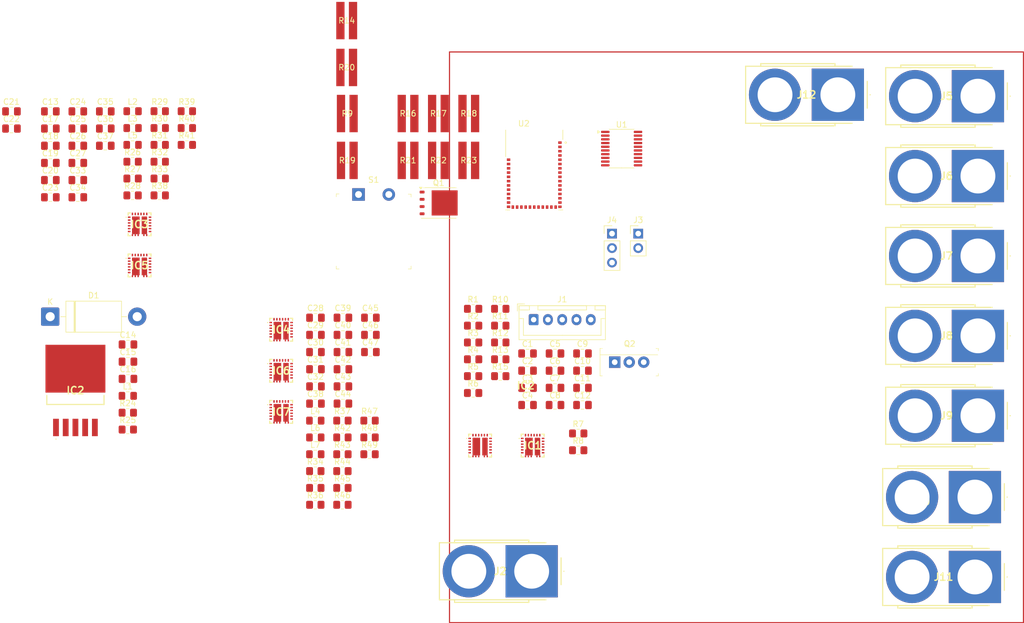
<source format=kicad_pcb>
(kicad_pcb (version 20241229) (generator "pcbnew") (generator_version "9.0")
  (layers (0 "F.Cu" signal) (2 "B.Cu" signal) (13 "F.Paste" user) (15 "B.Paste" user) (5 "F.SilkS" user "F.Silkscreen") (7 "B.SilkS" user "B.Silkscreen") (1 "F.Mask" user) (3 "B.Mask" user) (25 "Edge.Cuts" user))
  (net 0 "")
  (net 2 "Net-(U1-BAT)")
  (net 4 "GND1")
  (net 8 "Net-(IC1-SS)")
  (net 12 "+5V")
  (net 15 "/RegulatorInput/Feedback")
  (net 26 "GNDPWR")
  (net 29 "Net-(IC1-BST)")
  (net 32 "Net-(Q1-S-Pad1)")
  (net 33 "Net-(Q1-G)")
  (net 34 "PACK-")
  (net 35 "Net-(J1-Pin_4)")
  (net 36 "/VC1")
  (net 37 "Net-(R13-Pad1)")
  (net 38 "/VC2")
  (net 39 "/SDA0")
  (net 40 "/VC4")
  (net 41 "/VC3")
  (net 42 "/SRP")
  (net 43 "/SCL0")
  (net 44 "PACK+")
  (net 45 "/VC0")
  (net 46 "/ALERT")
  (net 47 "/SRN")
  (net 48 "/REGOUT")
  (net 49 "Net-(U1-CAP1)")
  (net 50 "/TS1")
  (net 51 "/SWDCLK")
  (net 52 "/Power Distribution/LX12")
  (net 53 "/NRESET")
  (net 54 "/SWDIO")
  (net 55 "Net-(J1-Pin_5)")
  (net 56 "Net-(J1-Pin_3)")
  (net 57 "Net-(J1-Pin_2)")
  (net 58 "12VOUT")
  (net 59 "GNDA")
  (net 60 "/Power Distribution/LX9")
  (net 61 "Net-(IC3-BST)")
  (net 63 "/Power Distribution1/EN")
  (net 69 "/Power Distribution1/PGOOD  ")
  (net 80 "Net-(IC2-SS)")
  (net 86 "Net-(IC3-SS)")
  (net 87 "/SWCLK")
  (net 88 "Net-(Q2-S)")
  (net 89 "Net-(Q2-G)")
  (net 90 "9VOUT")
  (net 91 "/Power Distribution/LX5")
  (net 92 "Net-(IC5-BST)")
  (net 93 "Net-(IC5-SS)")
  (net 94 "5VOUT")
  (net 95 "/RegulatorInput/Output")
  (net 96 "/Power Distribution/FB12")
  (net 97 "Net-(IC1-TON)")
  (net 98 "/PGOOD12")
  (net 99 "/EN12")
  (net 101 "Net-(IC3-TON)")
  (net 103 "/PGOOD9")
  (net 104 "/Power Distribution/FB9")
  (net 105 "/EN9")
  (net 106 "Net-(IC5-TON)")
  (net 108 "/Power Distribution/FB5")
  (net 109 "/EN5")
  (net 110 "/PGOOD5")
  (net 111 "/PGOOD21")
  (net 112 "Net-(IC4-BST)")
  (net 113 "Net-(IC6-BST)")
  (net 114 "Net-(IC7-BST)")
  (net 115 "Net-(IC4-SS)")
  (net 116 "Net-(IC6-SS)")
  (net 117 "Net-(IC7-SS)")
  (net 118 "Net-(IC4-TON)")
  (net 120 "Net-(IC6-TON)")
  (net 123 "Net-(IC7-TON)")
  (footprint "Capacitor_SMD:C_0805_2012Metric_Pad1.18x1.45mm_HandSolder" (layer "F.Cu") (at 42.73 44.924)
    (property "Reference" "C36")
    (property "Value" "4u7")
  )
  (footprint "Capacitor_SMD:C_0805_2012Metric_Pad1.18x1.45mm_HandSolder" (layer "F.Cu") (at 121.4759 87.3496)
    (property "Reference" "C6")
    (property "Value" "1u")
  )
  (footprint "Capacitor_SMD:C_0805_2012Metric_Pad1.18x1.45mm_HandSolder" (layer "F.Cu") (at 84.34 93.12)
    (property "Reference" "C44")
    (property "Value" "4u7")
  )
  (footprint "ul_LTR100LJZPFSR015:RES_LTR100L_ROM" (layer "F.Cu") (at 101.0589 50.5)
    (property "Reference" "R22")
    (property "Value" "13m")
  )
  (footprint "Resistor_SMD:R_0805_2012Metric_Pad1.20x1.40mm_HandSolder" (layer "F.Cu") (at 79.5 107.9)
    (property "Reference" "R35")
    (property "Value" "100k")
  )
  (footprint "Capacitor_SMD:C_0805_2012Metric_Pad1.18x1.45mm_HandSolder" (layer "F.Cu") (at 121.4759 84.3396)
    (property "Reference" "C5")
    (property "Value" "1u")
  )
  (footprint "Resistor_SMD:R_0805_2012Metric_Pad1.20x1.40mm_HandSolder" (layer "F.Cu") (at 47.51 56.634)
    (property "Reference" "R28")
    (property "Value" "190k")
  )
  (footprint "Capacitor_SMD:C_0805_2012Metric_Pad1.18x1.45mm_HandSolder" (layer "F.Cu") (at 79.53 81.08)
    (property "Reference" "C29")
    (property "Value" "22u")
  )
  (footprint "Resistor_SMD:R_0805_2012Metric_Pad1.20x1.40mm_HandSolder" (layer "F.Cu") (at 125.5359 98.3496)
    (property "Reference" "R7")
    (property "Value" "4k7'")
  )
  (footprint "Resistor_SMD:R_0805_2012Metric_Pad1.20x1.40mm_HandSolder" (layer "F.Cu") (at 107.1359 76.5096)
    (property "Reference" "R1")
    (property "Value" "100")
  )
  (footprint "Capacitor_SMD:C_0805_2012Metric_Pad1.18x1.45mm_HandSolder" (layer "F.Cu") (at 126.2859 93.3696)
    (property "Reference" "C12")
    (property "Value" "1u")
  )
  (footprint "Capacitor_SMD:C_0805_2012Metric_Pad1.18x1.45mm_HandSolder" (layer "F.Cu") (at 84.34 78.07)
    (property "Reference" "C39")
    (property "Value" "10n")
  )
  (footprint "Capacitor_SMD:C_0805_2012Metric_Pad1.18x1.45mm_HandSolder" (layer "F.Cu") (at 37.92 41.914)
    (property "Reference" "C24")
    (property "Value" "100n")
  )
  (footprint "XT90PB-F:XT90PBF" (layer "F.Cu") (at 117.3859 122.5)
    (property "Reference" "J2")
    (property "Value" "XT90PB-F" (hide yes))
  )
  (footprint "digikey-footprints:PushButton_12x12mm_THT_GPTS203211B" (layer "F.Cu") (at 87.0709 56.4746)
    (property "Reference" "S1")
    (property "Value" "GPTS203211B")
  )
  (footprint "Capacitor_SMD:C_0805_2012Metric_Pad1.18x1.45mm_HandSolder" (layer "F.Cu") (at 116.6659 93.3696)
    (property "Reference" "C4")
    (property "Value" "1u")
  )
  (footprint "Resistor_SMD:R_0805_2012Metric_Pad1.20x1.40mm_HandSolder" (layer "F.Cu") (at 111.8859 76.5096)
    (property "Reference" "R10")
    (property "Value" "1M")
  )
  (footprint "Capacitor_SMD:C_0805_2012Metric_Pad1.18x1.45mm_HandSolder" (layer "F.Cu") (at 84.34 84.09)
    (property "Reference" "C41")
    (property "Value" "10n")
  )
  (footprint "XT90PB-F:XT90PBF" (layer "F.Cu") (at 195 109.5)
    (property "Reference" "J10")
    (property "Value" "XT90PB-F" (hide yes))
  )
  (footprint "XT90PB-F:XT90PBF" (layer "F.Cu") (at 195 123.5)
    (property "Reference" "J11")
    (property "Value" "XT90PB-F" (hide yes))
  )
  (footprint "Resistor_SMD:R_0805_2012Metric_Pad1.20x1.40mm_HandSolder" (layer "F.Cu") (at 111.8859 79.4596)
    (property "Reference" "R11")
    (property "Value" "100")
  )
  (footprint "ul_LTR100LJZPFSR015:RES_LTR100L_ROM" (layer "F.Cu") (at 106.3769 42.2864)
    (property "Reference" "R18")
    (property "Value" "13m")
  )
  (footprint "XT90PB-F:XT90PBF" (layer "F.Cu") (at 195.525 95.245)
    (property "Reference" "J9")
    (property "Value" "XT90PB-F" (hide yes))
  )
  (footprint "Resistor_SMD:R_0805_2012Metric_Pad1.20x1.40mm_HandSolder" (layer "F.Cu") (at 84.25 104.95)
    (property "Reference" "R44")
    (property "Value" "190k")
  )
  (footprint "Capacitor_SMD:C_0805_2012Metric_Pad1.18x1.45mm_HandSolder" (layer "F.Cu") (at 37.92 50.944)
    (property "Reference" "C27")
    (property "Value" "22u")
  )
  (footprint "Inductor_SMD:L_0805_2012Metric_Pad1.15x1.40mm_HandSolder" (layer "F.Cu") (at 46.67 91.764)
    (property "Reference" "L1")
    (property "Value" "33u")
  )
  (footprint "Capacitor_SMD:C_0805_2012Metric_Pad1.18x1.45mm_HandSolder" (layer "F.Cu") (at 79.53 78.07)
    (property "Reference" "C28")
    (property "Value" "22u")
  )
  (footprint "Resistor_SMD:R_0805_2012Metric_Pad1.20x1.40mm_HandSolder" (layer "F.Cu") (at 89 99.05)
    (property "Reference" "R48")
    (property "Value" "75k")
  )
  (footprint "Capacitor_SMD:C_0805_2012Metric_Pad1.18x1.45mm_HandSolder" (layer "F.Cu") (at 126.2859 84.3396)
    (property "Reference" "C9")
    (property "Value" "100n")
  )
  (footprint "Resistor_SMD:R_0805_2012Metric_Pad1.20x1.40mm_HandSolder" (layer "F.Cu") (at 84.25 102)
    (property "Reference" "R43")
    (property "Value" "100k")
  )
  (footprint "Capacitor_SMD:C_0805_2012Metric_Pad1.18x1.45mm_HandSolder" (layer "F.Cu") (at 33.11 50.944)
    (property "Reference" "C19")
    (property "Value" "100n")
  )
  (footprint "Resistor_SMD:R_0805_2012Metric_Pad1.20x1.40mm_HandSolder" (layer "F.Cu") (at 84.25 107.9)
    (property "Reference" "R45")
    (property "Value" "10k")
  )
  (footprint "Resistor_SMD:R_0805_2012Metric_Pad1.20x1.40mm_HandSolder" (layer "F.Cu") (at 111.8859 85.3596)
    (property "Reference" "R13")
    (property "Value" "10k")
  )
  (footprint "Capacitor_SMD:C_0805_2012Metric_Pad1.18x1.45mm_HandSolder" (layer "F.Cu") (at 116.6659 90.3596)
    (property "Reference" "C3")
    (property "Value" "1u")
  )
  (footprint "Capacitor_SMD:C_0805_2012Metric_Pad1.18x1.45mm_HandSolder" (layer "F.Cu") (at 84.34 90.11)
    (property "Reference" "C43")
    (property "Value" "4u7")
  )
  (footprint "Capacitor_SMD:C_0805_2012Metric_Pad1.18x1.45mm_HandSolder" (layer "F.Cu") (at 33.11 53.954)
    (property "Reference" "C20")
    (property "Value" "22u")
  )
  (footprint "Resistor_SMD:R_0805_2012Metric_Pad1.20x1.40mm_HandSolder" (layer "F.Cu") (at 52.26 50.734)
    (property "Reference" "R32")
    (property "Value" "140k")
  )
  (footprint "Resistor_SMD:R_0805_2012Metric_Pad1.20x1.40mm_HandSolder" (layer "F.Cu") (at 89 96.1)
    (property "Reference" "R47")
    (property "Value" "10k")
  )
  (footprint "ul_LTR100LJZPFSR015:RES_LTR100L_ROM" (layer "F.Cu") (at 85.1049 42.2864)
    (property "Reference" "R9")
    (property "Value" "13m")
  )
  (footprint "Resistor_SMD:R_0805_2012Metric_Pad1.20x1.40mm_HandSolder" (layer "F.Cu") (at 107.1359 79.4596)
    (property "Reference" "R2")
    (property "Value" "100")
  )
  (footprint "Resistor_SMD:R_0805_2012Metric_Pad1.20x1.40mm_HandSolder" (layer "F.Cu") (at 57.01 47.784)
    (property "Reference" "R41")
    (property "Value" "10k")
  )
  (footprint "Capacitor_SMD:C_0805_2012Metric_Pad1.18x1.45mm_HandSolder" (layer "F.Cu") (at 84.34 87.1)
    (property "Reference" "C42")
    (property "Value" "4u7")
  )
  (footprint "LIB_AOZ2261NQI-11:AOZ2261NQI11" (layer "F.Cu") (at 73.525 87.365)
    (property "Reference" "IC6")
    (property "Value" "AOZ2261NQI-11" (hide yes))
  )
  (footprint "ul_LTR100LJZPFSR015:RES_LTR100L_ROM" (layer "F.Cu") (at 101.0589 42.2864)
    (property "Reference" "R17")
    (property "Value" "13m")
  )
  (footprint "Diode_THT:D_DO-201AD_P15.24mm_Horizontal" (layer "F.Cu") (at 33.08 77.884)
    (property "Reference" "D1")
    (property "Value" "1N5822")
  )
  (footprint "Inductor_SMD:L_0805_2012Metric_Pad1.15x1.40mm_HandSolder" (layer "F.Cu") (at 79.5 96.1)
    (property "Reference" "L4")
    (property "Value" "1u")
  )
  (footprint "Resistor_SMD:R_0805_2012Metric_Pad1.20x1.40mm_HandSolder" (layer "F.Cu") (at 125.5359 101.2996)
    (property "Reference" "R8")
    (property "Value" "4k7")
  )
  (footprint "XT90PB-F:XT90PBF" (layer "F.Cu") (at 171 39)
    (property "Reference" "J12")
    (property "Value" "XT90PB-F" (hide yes))
  )
  (footprint "ul_LTR100LJZPFSR015:RES_LTR100L_ROM" (layer "F.Cu") (at 106.3769 50.5)
    (property "Reference" "R23")
    (property "Value" "13m")
  )
  (footprint "Resistor_SMD:R_0805_2012Metric_Pad1.20x1.40mm_HandSolder" (layer "F.Cu") (at 84.25 96.1)
    (property "Reference" "R37")
    (property "Value" "100k")
  )
  (footprint "XT90PB-F:XT90PBF" (layer "F.Cu") (at 195.525 67.245)
    (property "Reference" "J7")
    (property "Value" "XT90PB-F" (hide yes))
  )
  (footprint "ul_LTR100LJZPFSR015:RES_LTR100L_ROM" (layer "F.Cu") (at 95.7409 50.5)
    (property "Reference" "R21")
    (property "Value" "13m")
  )
  (footprint "Resistor_SMD:R_0805_2012Metric_Pad1.20x1.40mm_HandSolder" (layer "F.Cu") (at 46.67 97.664)
    (property "Reference" "R25")
    (property "Value" "1k")
  )
  (footprint "Inductor_SMD:L_0805_2012Metric_Pad1.15x1.40mm_HandSolder" (layer "F.Cu") (at 47.51 44.834)
    (property "Reference" "L3")
    (property "Value" "1u")
  )
  (footprint "Capacitor_SMD:C_0805_2012Metric_Pad1.18x1.45mm_HandSolder" (layer "F.Cu") (at 42.73 41.914)
    (property "Reference" "C35")
    (property "Value" "10n")
  )
  (footprint "LIB_AOZ2261NQI-11:AOZ2261NQI11" (layer "F.Cu") (at 117.5609 100.4746)
    (property "Reference" "IC1")
    (property "Value" "AOZ2261NQI-11" (hide yes))
  )
  (footprint "Capacitor_SMD:C_0805_2012Metric_Pad1.18x1.45mm_HandSolder" (layer "F.Cu") (at 26.3 44.924)
    (property "Reference" "C22")
    (property "Value" "100u")
  )
  (footprint "Capacitor_SMD:C_0805_2012Metric_Pad1.18x1.45mm_HandSolder" (layer "F.Cu") (at 79.53 87.1)
    (property "Reference" "C31")
    (property "Value" "100n")
  )
  (footprint "ul_LTR100LJZPFSR015:RES_LTR100L_ROM" (layer "F.Cu") (at 85 34.2136)
    (property "Reference" "R20")
    (property "Value" "13m")
  )
  (footprint "Capacitor_SMD:C_0805_2012Metric_Pad1.18x1.45mm_HandSolder" (layer "F.Cu") (at 42.73 47.934)
    (property "Reference" "C37")
    (property "Value" "22u")
  )
  (footprint "Capacitor_SMD:C_0805_2012Metric_Pad1.18x1.45mm_HandSolder" (layer "F.Cu") (at 116.6659 84.3396)
    (property "Reference" "C1")
    (property "Value" "1u")
  )
  (footprint "Resistor_SMD:R_0805_2012Metric_Pad1.20x1.40mm_HandSolder" (layer "F.Cu") (at 57.01 41.884)
    (property "Reference" "R39")
    (property "Value" "100k")
  )
  (footprint "Inductor_SMD:L_0805_2012Metric_Pad1.15x1.40mm_HandSolder" (layer "F.Cu") (at 79.5 102)
    (property "Reference" "L7")
    (property "Value" "1u")
  )
  (footprint "Resistor_SMD:R_0805_2012Metric_Pad1.20x1.40mm_HandSolder" (layer "F.Cu") (at 84.25 99.05)
    (property "Reference" "R42")
    (property "Value" "100k")
  )
  (footprint "Resistor_SMD:R_0805_2012Metric_Pad1.20x1.40mm_HandSolder" (layer "F.Cu") (at 107.1359 82.4096)
    (property "Reference" "R3")
    (property "Value" "100")
  )
  (footprint "Resistor_SMD:R_0805_2012Metric_Pad1.20x1.40mm_HandSolder" (layer "F.Cu") (at 52.26 47.784)
    (property "Reference" "R31")
    (property "Value" "100k")
  )
  (footprint "Inductor_SMD:L_0805_2012Metric_Pad1.15x1.40mm_HandSolder" (layer "F.Cu") (at 47.51 41.884)
    (property "Reference" "L2")
    (property "Value" "1u")
  )
  (footprint "XT90PB-F:XT90PBF" (layer "F.Cu") (at 195.525 53.245)
    (property "Reference" "J6")
    (property "Value" "XT90PB-F" (hide yes))
  )
  (footprint "Capacitor_SMD:C_0805_2012Metric_Pad1.18x1.45mm_HandSolder" (layer "F.Cu") (at 37.92 47.934)
    (property "Reference" "C26")
    (property "Value" "4u7")
  )
  (footprint "Resistor_SMD:R_0805_2012Metric_Pad1.20x1.40mm_HandSolder" (layer "F.Cu") (at 107.1359 88.3096)
    (property "Reference" "R5")
    (property "Value" "100")
  )
  (footprint "Resistor_SMD:R_0805_2012Metric_Pad1.20x1.40mm_HandSolder" (layer "F.Cu") (at 84.25 110.85)
    (property "Reference" "R46")
    (property "Value" "140k")
  )
  (footprint "Capacitor_SMD:C_0805_2012Metric_Pad1.18x1.45mm_HandSolder" (layer "F.Cu") (at 121.4759 93.3696)
    (property "Reference" "C8")
    (property "Value" "100n")
  )
  (footprint "Capacitor_SMD:C_0805_2012Metric_Pad1.18x1.45mm_HandSolder" (layer "F.Cu") (at 89.15 78.07)
    (property "Reference" "C45")
    (property "Value" "22u")
  )
  (footprint "digikey-footprints:TO-220-3" (layer "F.Cu") (at 131.9259 85.8596)
    (property "Reference" "Q2")
    (property "Value" "IRLB3813PBF")
  )
  (footprint "Capacitor_SMD:C_0805_2012Metric_Pad1.18x1.45mm_HandSolder" (layer "F.Cu") (at 37.92 56.964)
    (property "Reference" "C34")
    (property "Value" "100n")
  )
  (footprint "Capacitor_SMD:C_0805_2012Metric_Pad1.18x1.45mm_HandSolder" (layer "F.Cu") (at 79.53 93.12)
    (property "Reference" "C38")
    (property "Value" "100n")
  )
  (footprint "Capacitor_SMD:C_0805_2012Metric_Pad1.18x1.45mm_HandSolder" (layer "F.Cu") (at 33.11 47.934)
    (property "Reference" "C18")
    (property "Value" "22u")
  )
  (footprint "ul_LTR100LJZPFSR015:RES_LTR100L_ROM" (layer "F.Cu") (at 85.1049 50.5)
    (property "Reference" "R19")
    (property "Value" "13m")
  )
  (footprint "Capacitor_SMD:C_0805_2012Metric_Pad1.18x1.45mm_HandSolder" (layer "F.Cu") (at 89.15 81.08)
    (property "Reference" "C46")
    (property "Value" "22u")
  )
  (footprint "Resistor_SMD:R_0805_2012Metric_Pad1.20x1.40mm_HandSolder" (layer "F.Cu") (at 52.26 53.684)
    (property "Reference" "R33")
    (property "Value" "10k")
  )
  (footprint "Resistor_SMD:R_0805_2012Metric_Pad1.20x1.40mm_HandSolder" (layer "F.Cu") (at 89 102)
    (property "Reference" "R49")
    (property "Value" "10k")
  )
  (footprint "Resistor_SMD:R_0805_2012Metric_Pad1.20x1.40mm_HandSolder" (layer "F.Cu") (at 79.5 104.95)
    (property "Reference" "R34")
    (property "Value" "100k")
  )
  (footprint "Capacitor_SMD:C_0805_2012Metric_Pad1.18x1.45mm_HandSolder" (layer "F.Cu") (at 37.92 44.924)
    (property "Reference" "C25")
    (property "Value" "10n")
  )
  (footprint "Capacitor_SMD:C_0805_2012Metric_Pad1.18x1.45mm_HandSolder" (layer "F.Cu") (at 79.53 84.09)
    (property "Reference" "C30")
    (property "Value" "22u")
  )
  (footprint "ul_LTR100LJZPFSR015:RES_LTR100L_ROM" (layer "F.Cu") (at 85 26)
    (property "Reference" "R14")
    (property "Value" "13m")
  )
  (footprint "Connector_PinHeader_2.54mm:PinHeader_1x02_P2.54mm_Vertical" (layer "F.Cu") (at 136.0459 63.3296)
    (property "Reference" "J3")
    (property "Value" "Conn_01x02_Pin")
  )
  (footprint "Resistor_SMD:R_0805_2012Metric_Pad1.20x1.40mm_HandSolder" (layer "F.Cu") (at 52.26 56.634)
    (property "Reference" "R38")
    (property "Value" "100k")
  )
  (footprint "Capacitor_SMD:C_0805_2012Metric_Pad1.18x1.45mm_HandSolder" (layer "F.Cu") (at 116.6659 87.3496)
    (property "Reference" "C2")
    (property "Value" "1u")
  )
  (footprint "Package_TO_SOT_SMD:TDSON-8-1" (layer "F.Cu") (at 101.1009 57.9546)
    (property "Reference" "Q1")
    (property "Value" "BSC028N06LS3")
  )
  (footprint "LIB_AOZ2261NQI-11:AOZ2261NQI11" (layer "F.Cu") (at 73.525 80.165)
    (property "Reference" "IC4")
    (property "Value" "AOZ2261NQI-11" (hide yes))
  )
  (footprint "Connector_JST:JST_XH_B5B-XH-A_1x05_P2.50mm_Vertical" (layer "F.Cu") (at 117.7359 78.4096)
    (property "Reference" "J1")
    (property "Value" "Conn_01x05_Pin")
  )
  (footprint "Capacitor_SMD:C_0805_2012Metric_Pad1.18x1.45mm_HandSolder" (layer "F.Cu") (at 46.7 82.764)
    (property "Reference" "C14")
    (property "Value" "100u")
  )
  (footprint "Resistor_SMD:R_0805_2012Metric_Pad1.20x1.40mm_HandSolder" (layer "F.Cu") (at 46.67 94.714)
    (property "Reference" "R24")
    (property "Value" "3k1")
  )
  (footprint "Inductor_SMD:L_0805_2012Metric_Pad1.15x1.40mm_HandSolder" (layer "F.Cu") (at 47.51 47.784)
    (property "Reference" "L5")
    (property "Value" "1u")
  )
  (footprint "LIB_AOZ2261NQI-11:AOZ2261NQI11" (layer "F.Cu") (at 48.735 61.709)
    (property "Reference" "IC3")
    (property "Value" "AOZ2261NQI-11" (hide yes))
  )
  (footprint "Capacitor_SMD:C_0805_2012Metric_Pad1.18x1.45mm_HandSolder" (layer "F.Cu") (at 37.92 53.954)
    (property "Reference" "C33")
    (property "Value" "22u")
  )
  (footprint "Capacitor_SMD:C_0805_2012Metric_Pad1.18x1.45mm_HandSolder" (layer "F.Cu") (at 121.4759 90.3596)
    (property "Reference" "C7")
    (property "Value" "10u")
  )
  (footprint "XT90PB-F:XT90PBF" (layer "F.Cu") (at 195.525 81.245)
    (property "Reference" "J8")
    (property "Value" "XT90PB-F" (hide yes))
  )
  (footprint "Resistor_SMD:R_0805_2012Metric_Pad1.20x1.40mm_HandSolder" (layer "F.Cu") (at 57.01 44.834)
    (property "Reference" "R40")
    (property "Value" "75k")
  )
  (footprint "Resistor_SMD:R_0805_2012Metric_Pad1.20x1.40mm_HandSolder" (layer "F.Cu") (at 52.26 44.834)
    (property "Reference" "R30")
    (property "Value" "100k")
  )
  (footprint "Capacitor_SMD:C_0805_2012Metric_Pad1.18x1.45mm_HandSolder" (layer "F.Cu") (at 33.11 44.924)
    (property "Reference" "C17")
    (property "Value" "4u7")
  )
  (footprint "Resistor_SMD:R_0805_2012Metric_Pad1.20x1.40mm_HandSolder" (layer "F.Cu") (at 79.5 110.85)
    (property "Reference" "R36")
    (property "Value" "100k")
  )
  (footprint "Resistor_SMD:R_0805_2012Metric_Pad1.20x1.40mm_HandSolder" (layer "F.Cu") (at 52.26 41.884)
    (property "Reference" "R29")
    (property "Value" "10k")
  )
  (footprint "Resistor_SMD:R_0805_2012Metric_Pad1.20x1.40mm_HandSolder" (layer "F.Cu") (at 47.51 50.734)
    (property "Reference" "R26")
    (property "Value" "100k")
  )
  (footprint "Capacitor_SMD:C_0805_2012Metric_Pad1.18x1.45mm_HandSolder" (layer "F.Cu") (at 33.11 56.964)
    (property "Reference" "C23")
    (property "Value" "22u")
  )
  (footprint "LIB_AOZ2261NQI-11:AOZ2261NQI11" (layer "F.Cu") (at 108.3609 100.4746)
    (property "Reference" "IC2")
    (property "Value" "AOZ2261NQI-11" (hide yes))
  )
  (footprint "Inductor_SMD:L_0805_2012Metric_Pad1.15x1.40mm_HandSolder" (layer "F.Cu") (at 79.5 99.05)
    (property "Reference" "L6")
    (property "Value" "1u")
  )
  (footprint "XT90PB-F:XT90PBF" (layer "F.Cu") (at 195.525 39.245)
    (property "Reference" "J5")
    (property "Value" "XT90PB-F" (hide yes))
  )
  (footprint "Capacitor_SMD:C_0805_2012Metric_Pad1.18x1.45mm_HandSolder" (layer "F.Cu") (at 46.7 88.784)
    (property "Reference" "C16")
    (property "Value" "10n")
  )
  (footprint "LIB_AOZ2261NQI-11:AOZ2261NQI11" (layer "F.Cu") (at 48.735 68.909)
    (property "Reference" "IC5")
    (property "Value" "AOZ2261NQI-11" (hide yes))
  )
  (footprint "LIB_LM2596DSADJG:LM2596DSADJG" (layer "F.Cu") (at 37.5 90.692)
    (property "Reference" "IC2")
    (property "Value" "LM2596DSADJG" (hide yes))
  )
  (footprint "Resistor_SMD:R_0805_2012Metric_Pad1.20x1.40mm_HandSolder" (layer "F.Cu") (at 107.1359 85.3596)
    (property "Reference" "R4")
    (property "Value" "100")
  )
  (footprint "Resistor_SMD:R_0805_2012Metric_Pad1.20x1.40mm_HandSolder" (layer "F.Cu") (at 107.1359 91.2596)
    (property "Reference" "R6")
    (property "Value" "100")
  )
  (footprint "Package_SO:TSSOP-20_4.4x6.5mm_P0.65mm" (layer "F.Cu") (at 133.1434 48.4346)
    (property "Reference" "U1")
    (property "Value" "BQ76920PW")
  )
  (footprint "ul_LTR100LJZPFSR015:RES_LTR100L_ROM" (layer "F.Cu") (at 95.7409 42.2864)
    (property "Reference" "R16")
    (property "Value" "13m")
  )
  (footprint "Resistor_SMD:R_0805_2012Metric_Pad1.20x1.40mm_HandSolder" (layer "F.Cu") (at 111.8859 88.3096)
    (property "Reference" "R15")
    (property "Value" "4k7")
  )
  (footprint "Resistor_SMD:R_0805_2012Metric_Pad1.20x1.40mm_HandSolder" (layer "F.Cu") (at 47.51 53.684)
    (property "Reference" "R27")
    (property "Value" "100k")
  )
  (footprint "Capacitor_SMD:C_0805_2012Metric_Pad1.18x1.45mm_HandSolder" (layer "F.Cu") (at 26.3 41.914)
    (property "Reference" "C21")
    (property "Value" "100n")
  )
  (footprint "Capacitor_SMD:C_0805_2012Metric_Pad1.18x1.45mm_HandSolder" (layer "F.Cu") (at 84.34 81.08)
    (property "Reference" "C40")
    (property "Value" "10n")
  )
  (footprint "Capacitor_SMD:C_0805_2012Metric_Pad1.18x1.45mm_HandSolder" (layer "F.Cu") (at 79.53 90.11)
    (property "Reference" "C32")
    (property "Value" "100n")
  )
  (footprint "Capacitor_SMD:C_0805_2012Metric_Pad1.18x1.45mm_HandSolder" (layer "F.Cu") (at 89.15 84.09)
    (property "Reference" "C47")
    (property "Value" "22u")
  )
  (footprint "LIB_AOZ2261NQI-11:AOZ2261NQI11" (layer "F.Cu") (at 73.525 94.565)
    (property "Reference" "IC7")
    (property "Value" "AOZ2261NQI-11" (hide yes))
  )
  (footprint "453-00001R:XCVR_453-00001R" (layer "F.Cu") (at 117.8384 52.1846)
    (property "Reference" "U2")
    (property "Value" "453-00001R")
  )
  (footprint "Resistor_SMD:R_0805_2012Metric_Pad1.20x1.40mm_HandSolder" (layer "F.Cu") (at 111.8859 82.4096)
    (property "Reference" "R12")
    (property "Value" "100")
  )
  (footprint "Capacitor_SMD:C_0805_2012Metric_Pad1.18x1.45mm_HandSolder" (layer "F.Cu") (at 126.2859 90.3596)
    (property "Reference" "C11")
    (property "Value" "4u7")
  )
  (footprint "Connector_PinHeader_2.54mm:PinHeader_1x03_P2.54mm_Vertical" (layer "F.Cu") (at 131.4559 63.3296)
    (property "Reference" "J4")
    (property "Value" "Conn_01x03_Pin")
  )
  (footprint "Capacitor_SMD:C_0805_2012Metric_Pad1.18x1.45mm_HandSolder" (layer "F.Cu") (at 126.2859 87.3496)
    (property "Reference" "C10")
    (property "Value" "100n")
  )
  (footprint "Capacitor_SMD:C_0805_2012Metric_Pad1.18x1.45mm_HandSolder" (layer "F.Cu") (at 33.11 41.914)
    (property "Reference" "C13")
    (property "Value" "10n")
  )
  (footprint "Capacitor_SMD:C_0805_2012Metric_Pad1.18x1.45mm_HandSolder" (layer "F.Cu") (at 46.7 85.774)
    (property "Reference" "C15")
    (property "Value" "220u")
  )
  (gr_rect (start 103 31.5) (end 203.5 131.5) (stroke (width 0.2)) (fill no) (layer "F.Cu"))
  (segment (start 184.525 108.975) (end 184 109.5) (width 0.2) (layer "F.Cu") (net 90))
)
</source>
